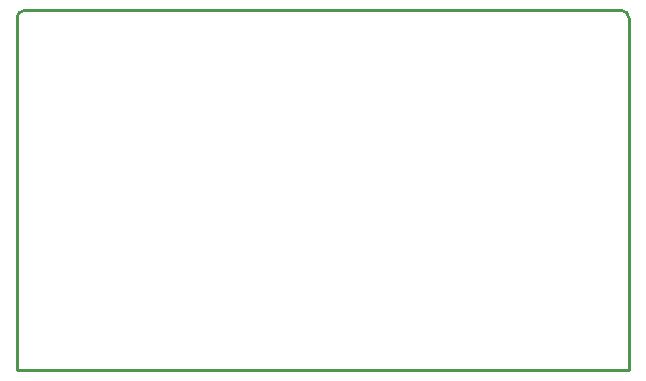
<source format=gm1>
G04*
G04 #@! TF.GenerationSoftware,Altium Limited,Altium Designer,19.0.4 (130)*
G04*
G04 Layer_Color=16711935*
%FSTAX44Y44*%
%MOMM*%
G71*
G01*
G75*
%ADD10C,0.2540*%
D10*
X0Y0029845D02*
G03*
X-0000635Y003048I-0000635J0D01*
G01*
X-0051181D02*
G03*
X-0051816Y0029845I0J-0000635D01*
G01*
X0Y0026797D02*
Y0029845D01*
Y0D02*
Y0026797D01*
X-0051181Y003048D02*
X-0000635D01*
X-0051816Y0D02*
Y0029845D01*
Y0D02*
X0D01*
M02*

</source>
